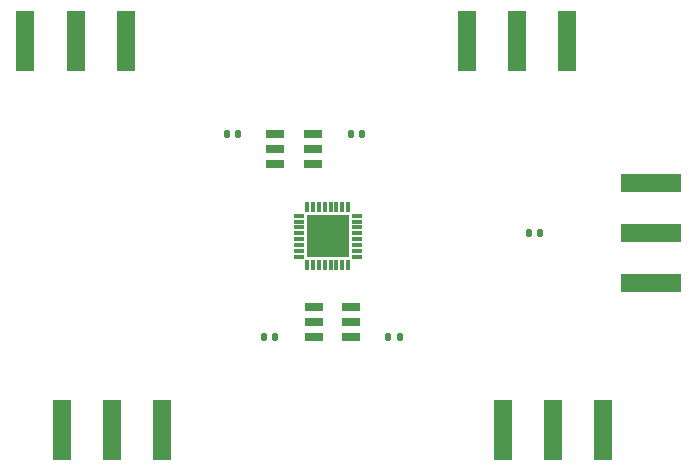
<source format=gbr>
%TF.GenerationSoftware,KiCad,Pcbnew,(6.0.1)*%
%TF.CreationDate,2022-03-10T14:05:26-07:00*%
%TF.ProjectId,RFSoC_directclocking,5246536f-435f-4646-9972-656374636c6f,rev?*%
%TF.SameCoordinates,Original*%
%TF.FileFunction,Soldermask,Top*%
%TF.FilePolarity,Negative*%
%FSLAX46Y46*%
G04 Gerber Fmt 4.6, Leading zero omitted, Abs format (unit mm)*
G04 Created by KiCad (PCBNEW (6.0.1)) date 2022-03-10 14:05:26*
%MOMM*%
%LPD*%
G01*
G04 APERTURE LIST*
G04 Aperture macros list*
%AMRoundRect*
0 Rectangle with rounded corners*
0 $1 Rounding radius*
0 $2 $3 $4 $5 $6 $7 $8 $9 X,Y pos of 4 corners*
0 Add a 4 corners polygon primitive as box body*
4,1,4,$2,$3,$4,$5,$6,$7,$8,$9,$2,$3,0*
0 Add four circle primitives for the rounded corners*
1,1,$1+$1,$2,$3*
1,1,$1+$1,$4,$5*
1,1,$1+$1,$6,$7*
1,1,$1+$1,$8,$9*
0 Add four rect primitives between the rounded corners*
20,1,$1+$1,$2,$3,$4,$5,0*
20,1,$1+$1,$4,$5,$6,$7,0*
20,1,$1+$1,$6,$7,$8,$9,0*
20,1,$1+$1,$8,$9,$2,$3,0*%
G04 Aperture macros list end*
%ADD10RoundRect,0.140000X-0.140000X-0.170000X0.140000X-0.170000X0.140000X0.170000X-0.140000X0.170000X0*%
%ADD11R,1.500000X5.080000*%
%ADD12R,5.080000X1.500000*%
%ADD13R,1.650000X0.760000*%
%ADD14RoundRect,0.140000X0.140000X0.170000X-0.140000X0.170000X-0.140000X-0.170000X0.140000X-0.170000X0*%
%ADD15R,0.850000X0.300000*%
%ADD16R,0.300000X0.850000*%
%ADD17R,3.600000X3.600000*%
G04 APERTURE END LIST*
D10*
%TO.C,C4*%
X102550000Y-68961000D03*
X103510000Y-68961000D03*
%TD*%
D11*
%TO.C,J4*%
X79232800Y-61087000D03*
X74982800Y-61087000D03*
X83482800Y-61087000D03*
%TD*%
D12*
%TO.C,J1*%
X127980750Y-77343000D03*
X127980750Y-81593000D03*
X127980750Y-73093000D03*
%TD*%
D13*
%TO.C,U1*%
X102555000Y-83566000D03*
X102555000Y-84836000D03*
X102555000Y-86106000D03*
X99375000Y-86106000D03*
X99375000Y-84836000D03*
X99375000Y-83566000D03*
%TD*%
D14*
%TO.C,C5*%
X92997000Y-68961000D03*
X92037000Y-68961000D03*
%TD*%
D15*
%TO.C,U3*%
X98113250Y-75847000D03*
X98113250Y-76347000D03*
X98113250Y-76847000D03*
X98113250Y-77347000D03*
X98113250Y-77847000D03*
X98113250Y-78347000D03*
X98113250Y-78847000D03*
X98113250Y-79347000D03*
D16*
X98813250Y-80047000D03*
X99313250Y-80047000D03*
X99813250Y-80047000D03*
X100313250Y-80047000D03*
X100813250Y-80047000D03*
X101313250Y-80047000D03*
X101813250Y-80047000D03*
X102313250Y-80047000D03*
D15*
X103013250Y-79347000D03*
X103013250Y-78847000D03*
X103013250Y-78347000D03*
X103013250Y-77847000D03*
X103013250Y-77347000D03*
X103013250Y-76847000D03*
X103013250Y-76347000D03*
X103013250Y-75847000D03*
D16*
X102313250Y-75147000D03*
X101813250Y-75147000D03*
X101313250Y-75147000D03*
X100813250Y-75147000D03*
X100313250Y-75147000D03*
X99813250Y-75147000D03*
X99313250Y-75147000D03*
X98813250Y-75147000D03*
D17*
X100563250Y-77597000D03*
%TD*%
D13*
%TO.C,U2*%
X96134000Y-71501000D03*
X96134000Y-70231000D03*
X96134000Y-68961000D03*
X99314000Y-68961000D03*
X99314000Y-70231000D03*
X99314000Y-71501000D03*
%TD*%
D11*
%TO.C,J3*%
X119634000Y-93980000D03*
X123884000Y-93980000D03*
X115384000Y-93980000D03*
%TD*%
D10*
%TO.C,C2*%
X105692000Y-86106000D03*
X106652000Y-86106000D03*
%TD*%
D11*
%TO.C,J5*%
X116621600Y-61087000D03*
X112371600Y-61087000D03*
X120871600Y-61087000D03*
%TD*%
D14*
%TO.C,C1*%
X118562000Y-77343000D03*
X117602000Y-77343000D03*
%TD*%
%TO.C,C3*%
X96111000Y-86106000D03*
X95151000Y-86106000D03*
%TD*%
D11*
%TO.C,J2*%
X82296000Y-93980000D03*
X86546000Y-93980000D03*
X78046000Y-93980000D03*
%TD*%
M02*

</source>
